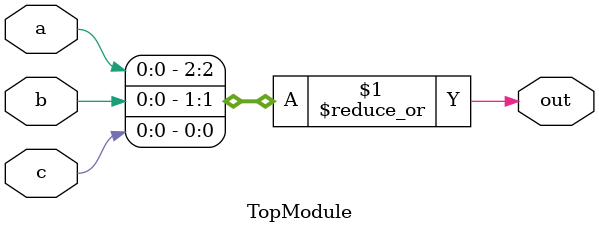
<source format=sv>
module TopModule (
    input  logic a,
    input  logic b,
    input  logic c,
    output logic out
);

    // Combinational logic to determine the output
    assign out = |{a, b, c};

endmodule
</source>
